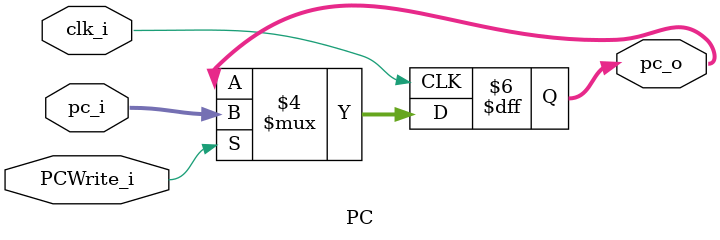
<source format=v>
module PC(
clk_i,
PCWrite_i,
pc_i,
pc_o,
);

input   PCWrite_i;
input   clk_i;
input   [31:0]  pc_i;
output  [31:0]  pc_o;

reg [31:0]  pc_o;

initial begin
    pc_o <= 32'b0;
end

always @(posedge clk_i) begin
    if(PCWrite_i)
        pc_o <= pc_i;
    else
        pc_o <= pc_o;
end

endmodule

</source>
